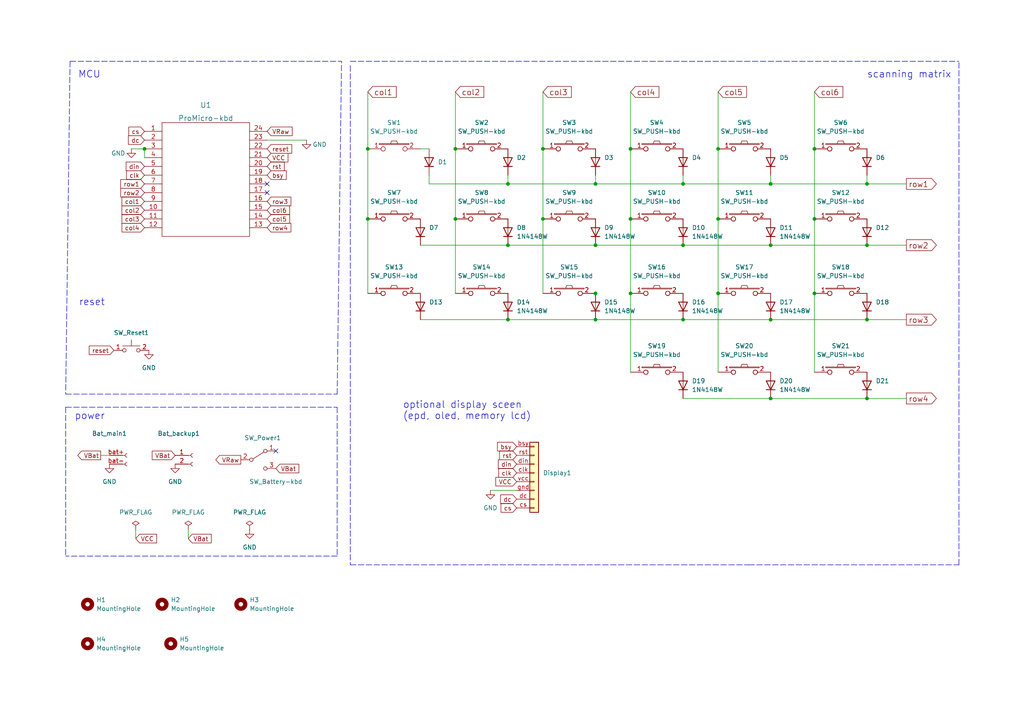
<source format=kicad_sch>
(kicad_sch (version 20211123) (generator eeschema)
  (paper "A4")
  (lib_symbols
    (symbol "Conn_Battery_solderable_1" (pin_names (offset 1.016) hide)
      (property "Reference" "Bat_backup1" (at -10.16 6.35 0))
      (symbol "Conn_Battery_solderable_1_1_1"
        (arc (start 0 -2.032) (mid -0.508 -2.54) (end 0 -3.048) (stroke (width 0.1524)))
        (polyline (pts (xy -1.27 -2.54) (xy -0.508 -2.54)) (stroke (width 0.1524)))
        (polyline (pts (xy -1.27 0) (xy -0.508 0)) (stroke (width 0.1524)))
        (arc (start 0 0.508) (mid -0.508 0) (end 0 -0.508) (stroke (width 0.1524)))
        (pin passive line (at -5.08 0 0) (length 3.81) (name "Bat+") (number "1"))
        (pin passive line (at -5.08 -2.54 0) (length 3.81) (name "Bat-") (number "2"))
      )
    )
    (symbol "Mechanical:MountingHole" (pin_names (offset 1.016))
      (property "Reference" "H" (at 0 5.08 0))
      (property "Value" "MountingHole" (at 0 3.175 0))
      (symbol "MountingHole_0_1"
        (circle (center 0 0) (radius 1.27) (stroke (width 1.27)))
      )
    )
    (symbol "mysymbol:1N4148W" (pin_numbers hide) (pin_names (offset 1.016) hide)
      (property "Reference" "D?" (at 2.54 1.2701 90))
      (symbol "1N4148W_0_1"
        (polyline (pts (xy -1.27 1.27) (xy -1.27 -1.27)) (stroke (width 0.254)))
        (polyline (pts (xy 1.27 0) (xy -1.27 0)))
        (polyline (pts (xy 1.27 1.27) (xy 1.27 -1.27) (xy -1.27 0) (xy 1.27 1.27)) (stroke (width 0.254)))
      )
      (symbol "1N4148W_1_1"
        (pin passive line (at -3.81 0 0) (length 2.54) (name "K") (number "1"))
        (pin passive line (at 3.81 0 180) (length 2.54) (name "A") (number "2"))
      )
    )
    (symbol "mysymbol:Conn_Battery_solderable" (pin_names (offset 1.016) hide)
      (property "Reference" "J?" (at 1.27 0.0001 0))
      (property "Value" "Conn_Battery_solderable" (at 1.27 -2.5399 0))
      (symbol "Conn_Battery_solderable_1_1"
        (arc (start 0 -2.032) (mid -0.508 -2.54) (end 0 -3.048) (stroke (width 0.1524)))
        (polyline (pts (xy -1.27 -2.54) (xy -0.508 -2.54)) (stroke (width 0.1524)))
        (polyline (pts (xy -1.27 0) (xy -0.508 0)) (stroke (width 0.1524)))
        (arc (start 0 0.508) (mid -0.508 0) (end 0 -0.508) (stroke (width 0.1524)))
        (pin passive line (at -5.08 0 0) (length 3.81) (name "Bat+") (number "bat+"))
        (pin passive line (at -5.08 -2.54 0) (length 3.81) (name "Bat-") (number "bat-"))
      )
    )
    (symbol "mysymbol:Conn_Display_general" (pin_names (offset 1.016) hide)
      (property "Reference" "J?" (at 2.54 0.0001 0))
      (property "Value" "Conn_Display_general" (at 2.54 -2.5399 0))
      (symbol "Conn_Display_general_1_1"
        (rectangle (start -1.27 -10.033) (end 0 -10.287) (stroke (width 0.1524)))
        (rectangle (start -1.27 -7.493) (end 0 -7.747) (stroke (width 0.1524)))
        (rectangle (start -1.27 -4.953) (end 0 -5.207) (stroke (width 0.1524)))
        (rectangle (start -1.27 -2.413) (end 0 -2.667) (stroke (width 0.1524)))
        (rectangle (start -1.27 0.127) (end 0 -0.127) (stroke (width 0.1524)))
        (rectangle (start -1.27 2.667) (end 0 2.413) (stroke (width 0.1524)))
        (rectangle (start -1.27 5.207) (end 0 4.953) (stroke (width 0.1524)))
        (rectangle (start -1.27 7.747) (end 0 7.493) (stroke (width 0.1524)))
        (rectangle (start -1.27 8.89) (end 1.27 -11.43) (stroke (width 0.254)) (fill (type background)))
        (pin passive line (at -5.08 7.62 0) (length 3.81) (name "BSY") (number "bsy"))
        (pin passive line (at -5.08 0 0) (length 3.81) (name "CLK") (number "clk"))
        (pin passive line (at -5.08 -10.16 0) (length 3.81) (name "CS") (number "cs"))
        (pin passive line (at -5.08 -7.62 0) (length 3.81) (name "DC") (number "dc"))
        (pin passive line (at -5.08 2.54 0) (length 3.81) (name "DIN") (number "din"))
        (pin passive line (at -5.08 -5.08 0) (length 3.81) (name "GND") (number "gnd"))
        (pin passive line (at -5.08 5.08 0) (length 3.81) (name "RST") (number "rst"))
        (pin passive line (at -5.08 -2.54 0) (length 3.81) (name "VCC") (number "vcc"))
      )
    )
    (symbol "mysymbol:ProMicro-kbd" (pin_names (offset 1.016) hide)
      (property "Reference" "U1" (at 0 24.13 0))
      (property "Value" "ProMicro-kbd" (at 0 -13.97 0))
      (symbol "ProMicro-kbd_0_1"
        (rectangle (start -12.7 21.59) (end 12.7 -11.43))
      )
      (symbol "ProMicro-kbd_1_1"
        (pin bidirectional line (at -17.78 19.05 0) (length 5.08) (name "TX") (number "1"))
        (pin bidirectional line (at -17.78 -3.81 0) (length 5.08) (name "E6") (number "10"))
        (pin bidirectional line (at -17.78 -6.35 0) (length 5.08) (name "B4") (number "11"))
        (pin bidirectional line (at -17.78 -8.89 0) (length 5.08) (name "B5") (number "12"))
        (pin bidirectional line (at 17.78 -8.89 180) (length 5.08) (name "B6") (number "13"))
        (pin bidirectional line (at 17.78 -6.35 180) (length 5.08) (name "B2") (number "14"))
        (pin bidirectional line (at 17.78 -3.81 180) (length 5.08) (name "B3") (number "15"))
        (pin bidirectional line (at 17.78 -1.27 180) (length 5.08) (name "B1") (number "16"))
        (pin bidirectional line (at 17.78 1.27 180) (length 5.08) (name "F7") (number "17"))
        (pin bidirectional line (at 17.78 3.81 180) (length 5.08) (name "F6") (number "18"))
        (pin bidirectional line (at 17.78 6.35 180) (length 5.08) (name "F5") (number "19"))
        (pin bidirectional line (at -17.78 16.51 0) (length 5.08) (name "RX") (number "2"))
        (pin bidirectional line (at 17.78 8.89 180) (length 5.08) (name "F4") (number "20"))
        (pin power_in line (at 17.78 11.43 180) (length 5.08) (name "VCC") (number "21"))
        (pin input line (at 17.78 13.97 180) (length 5.08) (name "RST") (number "22"))
        (pin power_in line (at 17.78 16.51 180) (length 5.08) (name "GND") (number "23"))
        (pin power_out line (at 17.78 19.05 180) (length 5.08) (name "RAW") (number "24"))
        (pin power_in line (at -17.78 13.97 0) (length 5.08) (name "GND") (number "3"))
        (pin power_in line (at -17.78 11.43 0) (length 5.08) (name "GND") (number "4"))
        (pin bidirectional line (at -17.78 8.89 0) (length 5.08) (name "SDA") (number "5"))
        (pin bidirectional line (at -17.78 6.35 0) (length 5.08) (name "SCL") (number "6"))
        (pin bidirectional line (at -17.78 3.81 0) (length 5.08) (name "D4") (number "7"))
        (pin bidirectional line (at -17.78 1.27 0) (length 5.08) (name "C6") (number "8"))
        (pin bidirectional line (at -17.78 -1.27 0) (length 5.08) (name "D7") (number "9"))
      )
    )
    (symbol "mysymbol:SW_Battery-kbd" (pin_names (offset 0) hide)
      (property "Reference" "SW_Battery?" (at 7.62 4.3476 0))
      (property "Value" "SW_Battery-kbd" (at 5.08 -6.35 0))
      (symbol "SW_Battery-kbd_0_0"
        (circle (center -2.032 0) (radius 0.508))
        (circle (center 2.032 -2.54) (radius 0.508))
      )
      (symbol "SW_Battery-kbd_0_1"
        (polyline (pts (xy -1.524 0.254) (xy 1.651 2.286)))
        (circle (center 2.032 2.54) (radius 0.508))
      )
      (symbol "SW_Battery-kbd_1_1"
        (pin passive line (at 5.08 2.54 180) (length 2.54) (name "A") (number "1"))
        (pin passive line (at -5.08 0 0) (length 2.54) (name "B") (number "2"))
        (pin passive line (at 5.08 -2.54 180) (length 2.54) (name "C") (number "3"))
      )
    )
    (symbol "mysymbol:SW_PUSH-kbd" (pin_names (offset 1.016) hide)
      (property "Reference" "SW1" (at 3.81 2.794 0))
      (symbol "SW_PUSH-kbd_0_1"
        (rectangle (start -4.318 1.27) (end 4.318 1.524))
        (polyline (pts (xy -1.016 1.524) (xy -0.762 2.286) (xy 0.762 2.286) (xy 1.016 1.524)))
        (pin passive inverted (at -7.62 0 0) (length 5.08) (name "1") (number "1"))
        (pin passive inverted (at 7.62 0 180) (length 5.08) (name "2") (number "2"))
      )
    )
    (symbol "mysymbol:SW_RESET-kbd" (pin_names (offset 1.016) hide)
      (property "Reference" "RSW?" (at 0 7.239 0))
      (property "Value" "SW_RESET-kbd" (at 0 4.9276 0))
      (symbol "SW_RESET-kbd_0_1"
        (circle (center -2.032 0) (radius 0.508))
        (polyline (pts (xy 0 1.27) (xy 0 3.048)))
        (polyline (pts (xy 2.54 1.27) (xy -2.54 1.27)))
        (circle (center 2.032 0) (radius 0.508))
        (pin passive line (at -5.08 0 0) (length 2.54) (name "1") (number "1"))
        (pin passive line (at 5.08 0 180) (length 2.54) (name "2") (number "2"))
      )
    )
    (symbol "power:GND" (power) (pin_names (offset 0))
      (property "Value" "GND" (at 0 -3.81 0))
      (symbol "GND_0_1"
        (polyline (pts (xy 0 0) (xy 0 -1.27) (xy 1.27 -1.27) (xy 0 -2.54) (xy -1.27 -1.27) (xy 0 -1.27)))
      )
      (symbol "GND_1_1"
        (pin power_in line (at 0 0 270) (length 0) hide (name "GND") (number "1"))
      )
    )
    (symbol "power:PWR_FLAG" (power) (pin_numbers hide) (pin_names (offset 0) hide)
      (property "Value" "PWR_FLAG" (at 0 3.81 0))
      (symbol "PWR_FLAG_0_0"
        (pin power_out line (at 0 0 90) (length 0) (name "pwr") (number "1"))
      )
      (symbol "PWR_FLAG_0_1"
        (polyline (pts (xy 0 0) (xy 0 1.27) (xy -1.016 1.905) (xy 0 2.54) (xy 1.016 1.905) (xy 0 1.27)))
      )
    )
  )
  (junction (at 106.68 63.5))
  (junction (at 147.32 53.34))
  (junction (at 251.46 71.12))
  (junction (at 236.22 63.5))
  (junction (at 251.46 115.57))
  (junction (at 223.52 71.12))
  (junction (at 198.12 53.34))
  (junction (at 132.08 63.5))
  (junction (at 172.72 71.12))
  (junction (at 236.22 43.18))
  (junction (at 157.48 43.18))
  (junction (at 106.68 43.18))
  (junction (at 132.08 43.18))
  (junction (at 182.88 43.18))
  (junction (at 147.32 92.71))
  (junction (at 223.52 115.57))
  (junction (at 182.88 85.09))
  (junction (at 198.12 92.71))
  (junction (at 251.46 53.34))
  (junction (at 157.48 63.5))
  (junction (at 236.22 85.09))
  (junction (at 182.88 63.5))
  (junction (at 208.28 63.5))
  (junction (at 147.32 71.12))
  (junction (at 172.72 53.34))
  (junction (at 172.72 85.09))
  (junction (at 223.52 53.34))
  (junction (at 41.91 43.18))
  (junction (at 172.72 92.71))
  (junction (at 223.52 92.71))
  (junction (at 198.12 71.12))
  (junction (at 251.46 92.71))
  (junction (at 208.28 85.09))
  (junction (at 208.28 43.18))
  (no_connect (at 80.01 130.81))
  (no_connect (at 77.47 55.88))
  (no_connect (at 77.47 53.34))
  (polyline (pts (xy 97.79 161.29) (xy 19.05 161.29)))
  (wire (pts (xy 106.68 63.5) (xy 106.68 85.09)))
  (wire (pts (xy 38.1 43.18) (xy 41.91 43.18)))
  (wire (pts (xy 132.08 63.5) (xy 132.08 85.09)))
  (wire (pts (xy 147.32 53.34) (xy 172.72 53.34)))
  (wire (pts (xy 157.48 63.5) (xy 157.48 85.09)))
  (wire (pts (xy 182.88 26.67) (xy 182.88 43.18)))
  (wire (pts (xy 147.32 92.71) (xy 172.72 92.71)))
  (wire (pts (xy 251.46 53.34) (xy 251.46 50.8)))
  (wire (pts (xy 251.46 92.71) (xy 262.89 92.71)))
  (polyline (pts (xy 217.17 163.83) (xy 278.13 163.83)))
  (wire (pts (xy 106.68 43.18) (xy 106.68 63.5)))
  (wire (pts (xy 182.88 43.18) (xy 182.88 63.5)))
  (wire (pts (xy 124.46 53.34) (xy 147.32 53.34)))
  (wire (pts (xy 147.32 50.8) (xy 147.32 53.34)))
  (wire (pts (xy 251.46 71.12) (xy 262.89 71.12)))
  (polyline (pts (xy 101.6 17.78) (xy 278.13 17.78)))
  (wire (pts (xy 208.28 85.09) (xy 208.28 107.95)))
  (wire (pts (xy 236.22 63.5) (xy 236.22 85.09)))
  (wire (pts (xy 172.72 71.12) (xy 198.12 71.12)))
  (wire (pts (xy 223.52 53.34) (xy 251.46 53.34)))
  (wire (pts (xy 198.12 71.12) (xy 223.52 71.12)))
  (wire (pts (xy 132.08 43.18) (xy 132.08 63.5)))
  (wire (pts (xy 88.9 40.64) (xy 77.47 40.64)))
  (wire (pts (xy 223.52 92.71) (xy 251.46 92.71)))
  (polyline (pts (xy 19.05 118.11) (xy 97.79 118.11)))
  (wire (pts (xy 236.22 85.09) (xy 236.22 107.95)))
  (wire (pts (xy 106.68 26.67) (xy 106.68 43.18)))
  (wire (pts (xy 121.92 92.71) (xy 147.32 92.71)))
  (wire (pts (xy 208.28 63.5) (xy 208.28 85.09)))
  (wire (pts (xy 147.32 71.12) (xy 172.72 71.12)))
  (wire (pts (xy 251.46 53.34) (xy 262.89 53.34)))
  (wire (pts (xy 157.48 43.18) (xy 157.48 63.5)))
  (polyline (pts (xy 20.32 17.78) (xy 19.05 114.3)))
  (wire (pts (xy 208.28 26.67) (xy 208.28 43.18)))
  (wire (pts (xy 182.88 63.5) (xy 182.88 85.09)))
  (wire (pts (xy 41.91 45.72) (xy 41.91 43.18)))
  (polyline (pts (xy 278.13 163.83) (xy 278.13 17.78)))
  (wire (pts (xy 132.08 26.67) (xy 132.08 43.18)))
  (polyline (pts (xy 19.05 114.3) (xy 97.79 114.3)))
  (wire (pts (xy 172.72 92.71) (xy 198.12 92.71)))
  (wire (pts (xy 121.92 71.12) (xy 147.32 71.12)))
  (wire (pts (xy 157.48 26.67) (xy 157.48 43.18)))
  (wire (pts (xy 223.52 115.57) (xy 251.46 115.57)))
  (wire (pts (xy 251.46 115.57) (xy 262.89 115.57)))
  (wire (pts (xy 29.21 132.08) (xy 31.75 132.08)))
  (wire (pts (xy 198.12 115.57) (xy 223.52 115.57)))
  (polyline (pts (xy 217.17 163.83) (xy 217.17 163.83)))
  (wire (pts (xy 121.92 43.18) (xy 124.46 43.18)))
  (wire (pts (xy 198.12 53.34) (xy 223.52 53.34)))
  (wire (pts (xy 172.72 50.8) (xy 172.72 53.34)))
  (wire (pts (xy 124.46 50.8) (xy 124.46 53.34)))
  (wire (pts (xy 198.12 50.8) (xy 198.12 53.34)))
  (wire (pts (xy 54.61 156.21) (xy 54.61 153.67)))
  (polyline (pts (xy 97.79 114.3) (xy 99.06 17.78)))
  (polyline (pts (xy 20.32 17.78) (xy 99.06 17.78)))
  (wire (pts (xy 223.52 71.12) (xy 251.46 71.12)))
  (wire (pts (xy 223.52 50.8) (xy 223.52 53.34)))
  (wire (pts (xy 236.22 43.18) (xy 236.22 63.5)))
  (polyline (pts (xy 101.6 163.83) (xy 217.17 163.83)))
  (polyline (pts (xy 19.05 118.11) (xy 19.05 161.29)))
  (wire (pts (xy 171.45 85.09) (xy 172.72 85.09)))
  (wire (pts (xy 172.72 53.34) (xy 198.12 53.34)))
  (wire (pts (xy 39.37 156.21) (xy 39.37 153.67)))
  (wire (pts (xy 236.22 26.67) (xy 236.22 43.18)))
  (polyline (pts (xy 97.79 118.11) (xy 97.79 161.29)))
  (wire (pts (xy 182.88 85.09) (xy 182.88 107.95)))
  (wire (pts (xy 208.28 43.18) (xy 208.28 63.5)))
  (wire (pts (xy 142.24 142.24) (xy 149.86 142.24)))
  (wire (pts (xy 198.12 92.71) (xy 223.52 92.71)))
  (polyline (pts (xy 101.6 19.05) (xy 101.6 163.83)))
  (text "scanning matrix" (at 251.46 22.86 0) (effects (font (size 2 2)) (justify left bottom)))
  (text "MCU" (at 29.21 22.86 180) (effects (font (size 2 2)) (justify right bottom)))
  (text "reset" (at 30.48 88.9 180) (effects (font (size 2 2)) (justify right bottom)))
  (text "optional display sceen\n(epd, oled, memory lcd)" (at 116.84 121.92 0) (effects (font (size 2 2)) (justify left bottom)))
  (text "power" (at 30.48 121.92 180) (effects (font (size 2 2)) (justify right bottom)))
  (global_label "col6" (shape input) (at 236.22 26.67 0) (effects (font (size 1.6 1.6))) (property "Intersheet References" "${INTERSHEET_REFS}" (effects hide)))
  (global_label "clk" (shape input) (at 41.91 50.8 180) (property "Intersheet References" "${INTERSHEET_REFS}" (effects hide)))
  (global_label "VBat" (shape input) (at 80.01 135.89 0) (property "Intersheet References" "${INTERSHEET_REFS}" (effects hide)))
  (global_label "col4" (shape input) (at 182.88 26.67 0) (effects (font (size 1.6 1.6))) (property "Intersheet References" "${INTERSHEET_REFS}" (effects hide)))
  (global_label "VBat" (shape input) (at 54.61 156.21 0) (property "Intersheet References" "${INTERSHEET_REFS}" (effects hide)))
  (global_label "rst" (shape input) (at 77.47 48.26 0) (property "Intersheet References" "${INTERSHEET_REFS}" (effects hide)))
  (global_label "dc" (shape input) (at 41.91 40.64 180) (property "Intersheet References" "${INTERSHEET_REFS}" (effects hide)))
  (global_label "row2" (shape output) (at 262.89 71.12 0) (effects (font (size 1.6 1.6))) (property "Intersheet References" "${INTERSHEET_REFS}" (effects hide)))
  (global_label "col1" (shape input) (at 106.68 26.67 0) (effects (font (size 1.6 1.6))) (property "Intersheet References" "${INTERSHEET_REFS}" (effects hide)))
  (global_label "din" (shape input) (at 41.91 48.26 180) (property "Intersheet References" "${INTERSHEET_REFS}" (effects hide)))
  (global_label "row1" (shape output) (at 262.89 53.34 0) (effects (font (size 1.6 1.6))) (property "Intersheet References" "${INTERSHEET_REFS}" (effects hide)))
  (global_label "row4" (shape input) (at 77.47 66.04 0) (property "Intersheet References" "${INTERSHEET_REFS}" (effects hide)))
  (global_label "bsy" (shape input) (at 77.47 50.8 0) (property "Intersheet References" "${INTERSHEET_REFS}" (effects hide)))
  (global_label "VRaw" (shape input) (at 77.47 38.1 0) (property "Intersheet References" "${INTERSHEET_REFS}" (effects hide)))
  (global_label "reset" (shape input) (at 77.47 43.18 0) (property "Intersheet References" "${INTERSHEET_REFS}" (effects hide)))
  (global_label "col1" (shape input) (at 41.91 58.42 180) (property "Intersheet References" "${INTERSHEET_REFS}" (effects hide)))
  (global_label "cs" (shape input) (at 41.91 38.1 180) (property "Intersheet References" "${INTERSHEET_REFS}" (effects hide)))
  (global_label "col2" (shape input) (at 41.91 60.96 180) (property "Intersheet References" "${INTERSHEET_REFS}" (effects hide)))
  (global_label "col6" (shape input) (at 77.47 60.96 0) (property "Intersheet References" "${INTERSHEET_REFS}" (effects hide)))
  (global_label "cs" (shape input) (at 149.86 147.32 180) (property "Intersheet References" "${INTERSHEET_REFS}" (effects hide)))
  (global_label "VCC" (shape input) (at 77.47 45.72 0) (property "Intersheet References" "${INTERSHEET_REFS}" (effects hide)))
  (global_label "col5" (shape input) (at 208.28 26.67 0) (effects (font (size 1.6 1.6))) (property "Intersheet References" "${INTERSHEET_REFS}" (effects hide)))
  (global_label "VRaw" (shape output) (at 69.85 133.35 180) (property "Intersheet References" "${INTERSHEET_REFS}" (effects hide)))
  (global_label "col3" (shape input) (at 157.48 26.67 0) (effects (font (size 1.6 1.6))) (property "Intersheet References" "${INTERSHEET_REFS}" (effects hide)))
  (global_label "dc" (shape input) (at 149.86 144.78 180) (property "Intersheet References" "${INTERSHEET_REFS}" (effects hide)))
  (global_label "clk" (shape input) (at 149.86 137.16 180) (property "Intersheet References" "${INTERSHEET_REFS}" (effects hide)))
  (global_label "row1" (shape input) (at 41.91 53.34 180) (property "Intersheet References" "${INTERSHEET_REFS}" (effects hide)))
  (global_label "VCC" (shape input) (at 39.37 156.21 0) (property "Intersheet References" "${INTERSHEET_REFS}" (effects hide)))
  (global_label "bsy" (shape input) (at 149.86 129.54 180) (property "Intersheet References" "${INTERSHEET_REFS}" (effects hide)))
  (global_label "row3" (shape input) (at 77.47 58.42 0) (property "Intersheet References" "${INTERSHEET_REFS}" (effects hide)))
  (global_label "VBat" (shape output) (at 29.21 132.08 180) (property "Intersheet References" "${INTERSHEET_REFS}" (effects hide)))
  (global_label "row3" (shape output) (at 262.89 92.71 0) (effects (font (size 1.6 1.6))) (property "Intersheet References" "${INTERSHEET_REFS}" (effects hide)))
  (global_label "VCC" (shape input) (at 149.86 139.7 180) (property "Intersheet References" "${INTERSHEET_REFS}" (effects hide)))
  (global_label "row4" (shape output) (at 262.89 115.57 0) (effects (font (size 1.6 1.6))) (property "Intersheet References" "${INTERSHEET_REFS}" (effects hide)))
  (global_label "rst" (shape input) (at 149.86 132.08 180) (property "Intersheet References" "${INTERSHEET_REFS}" (effects hide)))
  (global_label "din" (shape input) (at 149.86 134.62 180) (property "Intersheet References" "${INTERSHEET_REFS}" (effects hide)))
  (global_label "col4" (shape input) (at 41.91 66.04 180) (property "Intersheet References" "${INTERSHEET_REFS}" (effects hide)))
  (global_label "col3" (shape input) (at 41.91 63.5 180) (property "Intersheet References" "${INTERSHEET_REFS}" (effects hide)))
  (global_label "col2" (shape input) (at 132.08 26.67 0) (effects (font (size 1.6 1.6))) (property "Intersheet References" "${INTERSHEET_REFS}" (effects hide)))
  (global_label "VBat" (shape input) (at 50.8 132.08 180) (property "Intersheet References" "${INTERSHEET_REFS}" (effects hide)))
  (global_label "reset" (shape input) (at 33.02 101.6 180) (property "Intersheet References" "${INTERSHEET_REFS}" (effects hide)))
  (global_label "col5" (shape input) (at 77.47 63.5 0) (property "Intersheet References" "${INTERSHEET_REFS}" (effects hide)))
  (global_label "row2" (shape input) (at 41.91 55.88 180) (property "Intersheet References" "${INTERSHEET_REFS}" (effects hide)))
  (symbol (lib_id "mysymbol:SW_PUSH-kbd") (at 215.9 43.18 0) (unit 1)
    (property "Reference" "SW5" (at 215.9 35.56 0))
    (property "Value" "SW_PUSH-kbd" (at 215.9 38.1 0))
    (property "Footprint" "mylib:Kailh_Choc_Hotplug" (effects hide))
  )
  (symbol (lib_id "mysymbol:1N4148W") (at 198.12 111.76 90) (unit 1)
    (property "Reference" "D19" (at 200.66 110.4899 90) (effects (justify right)))
    (property "Value" "1N4148W" (at 200.66 113.0299 90) (effects (justify right)))
    (property "Footprint" "mylib:Diode" (effects hide))
    (property "Datasheet" "https://www.vishay.com/docs/85748/1n4148w.pdf" (effects hide))
  )
  (symbol (lib_name "Conn_Battery_solderable_1") (lib_id "mysymbol:Conn_Battery_solderable") (at 55.88 132.08 0) (unit 1)
    (property "Reference" "Bat_backup1" (at 45.72 125.73 0) (effects (justify left)))
    (property "Value" "Conn_Battery_solderable" (effects hide))
    (property "Footprint" "Connector_JST:JST_ACH_BM02B-ACHSS-GAN-ETF_1x02-1MP_P1.20mm_Vertical" (effects hide))
  )
  (symbol (lib_id "mysymbol:SW_PUSH-kbd") (at 215.9 107.95 0) (unit 1)
    (property "Reference" "SW20" (at 215.9 100.33 0))
    (property "Value" "SW_PUSH-kbd" (at 215.9 102.87 0))
    (property "Footprint" "mylib:Kailh_Choc_Hotplug" (effects hide))
  )
  (symbol (lib_id "power:GND") (at 142.24 142.24 0) (unit 1)
    (property "Reference" "#PWR05" (effects hide))
    (property "Value" "GND" (at 142.24 147.32 0))
  )
  (symbol (lib_id "mysymbol:ProMicro-kbd") (at 59.69 57.15 0) (unit 1)
    (property "Reference" "U1" (at 59.69 30.48 0) (effects (font (size 1.524 1.524))))
    (property "Value" "ProMicro-kbd" (at 59.69 34.29 0) (effects (font (size 1.524 1.524))))
    (property "Footprint" "mylib:ProMicro_Jumpers" (effects hide))
  )
  (symbol (lib_id "mysymbol:Conn_Display_general") (at 154.94 137.16 0) (unit 1)
    (property "Reference" "Display1" (at 157.48 137.1599 0) (effects (justify left)))
    (property "Value" "Conn_Display_general" (effects hide))
    (property "Footprint" "mylib:Conn_EPD" (effects hide))
  )
  (symbol (lib_id "power:PWR_FLAG") (at 39.37 153.67 0) (unit 1)
    (property "Reference" "#FLG01" (effects hide))
    (property "Value" "PWR_FLAG" (at 39.37 148.59 0))
  )
  (symbol (lib_id "mysymbol:SW_PUSH-kbd") (at 243.84 85.09 0) (unit 1)
    (property "Reference" "SW18" (at 243.84 77.47 0))
    (property "Value" "SW_PUSH-kbd" (at 243.84 80.01 0))
    (property "Footprint" "mylib:Kailh_Choc_Hotplug" (effects hide))
  )
  (symbol (lib_id "mysymbol:SW_PUSH-kbd") (at 190.5 43.18 0) (unit 1)
    (property "Reference" "SW4" (at 190.5 35.56 0))
    (property "Value" "SW_PUSH-kbd" (at 190.5 38.1 0))
    (property "Footprint" "mylib:Kailh_Choc_Hotplug" (effects hide))
  )
  (symbol (lib_id "mysymbol:SW_PUSH-kbd") (at 165.1 43.18 0) (unit 1)
    (property "Reference" "SW3" (at 165.1 35.56 0))
    (property "Value" "SW_PUSH-kbd" (at 165.1 38.1 0))
    (property "Footprint" "mylib:Kailh_Choc_Hotplug" (effects hide))
  )
  (symbol (lib_id "mysymbol:SW_PUSH-kbd") (at 114.3 85.09 0) (unit 1)
    (property "Reference" "SW13" (at 114.3 77.47 0))
    (property "Value" "SW_PUSH-kbd" (at 114.3 80.01 0))
    (property "Footprint" "mylib:Kailh_Choc_Hotplug" (effects hide))
  )
  (symbol (lib_id "mysymbol:1N4148W") (at 147.32 46.99 90) (unit 1)
    (property "Reference" "D2" (at 149.86 45.7199 90) (effects (justify right)))
    (property "Value" "1N4148W" (effects hide))
    (property "Footprint" "mylib:Diode" (effects hide))
    (property "Datasheet" "https://www.vishay.com/docs/85748/1n4148w.pdf" (effects hide))
  )
  (symbol (lib_id "mysymbol:1N4148W") (at 223.52 46.99 90) (unit 1)
    (property "Reference" "D5" (at 226.06 45.7199 90) (effects (justify right)))
    (property "Value" "1N4148W" (effects hide))
    (property "Footprint" "mylib:Diode" (effects hide))
    (property "Datasheet" "https://www.vishay.com/docs/85748/1n4148w.pdf" (effects hide))
  )
  (symbol (lib_id "mysymbol:SW_PUSH-kbd") (at 215.9 63.5 0) (unit 1)
    (property "Reference" "SW11" (at 215.9 55.88 0))
    (property "Value" "SW_PUSH-kbd" (at 215.9 58.42 0))
    (property "Footprint" "mylib:Kailh_Choc_Hotplug" (effects hide))
  )
  (symbol (lib_id "mysymbol:1N4148W") (at 223.52 111.76 90) (unit 1)
    (property "Reference" "D20" (at 226.06 110.4899 90) (effects (justify right)))
    (property "Value" "1N4148W" (at 226.06 113.0299 90) (effects (justify right)))
    (property "Footprint" "mylib:Diode" (effects hide))
    (property "Datasheet" "https://www.vishay.com/docs/85748/1n4148w.pdf" (effects hide))
  )
  (symbol (lib_id "mysymbol:1N4148W") (at 121.92 88.9 90) (unit 1)
    (property "Reference" "D13" (at 124.46 87.6299 90) (effects (justify right)))
    (property "Value" "1N4148W" (effects hide))
    (property "Footprint" "mylib:Diode" (effects hide))
    (property "Datasheet" "https://www.vishay.com/docs/85748/1n4148w.pdf" (effects hide))
  )
  (symbol (lib_id "mysymbol:1N4148W") (at 198.12 88.9 90) (unit 1)
    (property "Reference" "D16" (at 200.66 87.6299 90) (effects (justify right)))
    (property "Value" "1N4148W" (at 200.66 90.1699 90) (effects (justify right)))
    (property "Footprint" "mylib:Diode" (effects hide))
    (property "Datasheet" "https://www.vishay.com/docs/85748/1n4148w.pdf" (effects hide))
  )
  (symbol (lib_id "mysymbol:1N4148W") (at 251.46 46.99 90) (unit 1)
    (property "Reference" "D6" (at 254 45.7199 90) (effects (justify right)))
    (property "Value" "1N4148W" (effects hide))
    (property "Footprint" "mylib:Diode" (effects hide))
    (property "Datasheet" "https://www.vishay.com/docs/85748/1n4148w.pdf" (effects hide))
  )
  (symbol (lib_id "mysymbol:SW_PUSH-kbd") (at 139.7 85.09 0) (unit 1)
    (property "Reference" "SW14" (at 139.7 77.47 0))
    (property "Value" "SW_PUSH-kbd" (at 139.7 80.01 0))
    (property "Footprint" "mylib:Kailh_Choc_Hotplug" (effects hide))
  )
  (symbol (lib_id "mysymbol:SW_PUSH-kbd") (at 215.9 85.09 0) (unit 1)
    (property "Reference" "SW17" (at 215.9 77.47 0))
    (property "Value" "SW_PUSH-kbd" (at 215.9 80.01 0))
    (property "Footprint" "mylib:Kailh_Choc_Hotplug" (effects hide))
  )
  (symbol (lib_id "mysymbol:SW_PUSH-kbd") (at 190.5 85.09 0) (unit 1)
    (property "Reference" "SW16" (at 190.5 77.47 0))
    (property "Value" "SW_PUSH-kbd" (at 190.5 80.01 0))
    (property "Footprint" "mylib:Kailh_Choc_Hotplug" (effects hide))
  )
  (symbol (lib_id "mysymbol:1N4148W") (at 147.32 67.31 90) (unit 1)
    (property "Reference" "D8" (at 149.86 66.0399 90) (effects (justify right)))
    (property "Value" "1N4148W" (at 149.86 68.5799 90) (effects (justify right)))
    (property "Footprint" "mylib:Diode" (effects hide))
    (property "Datasheet" "https://www.vishay.com/docs/85748/1n4148w.pdf" (effects hide))
  )
  (symbol (lib_id "Mechanical:MountingHole") (at 25.4 186.69 0) (unit 1) (in_bom no)
    (property "Reference" "H4" (at 27.94 185.4199 0) (effects (justify left)))
    (property "Value" "MountingHole" (at 27.94 187.9599 0) (effects (justify left)))
    (property "Footprint" "MountingHole:MountingHole_3.2mm_M3_DIN965" (effects hide))
  )
  (symbol (lib_id "mysymbol:1N4148W") (at 198.12 67.31 90) (unit 1)
    (property "Reference" "D10" (at 200.66 66.0399 90) (effects (justify right)))
    (property "Value" "1N4148W" (at 200.66 68.5799 90) (effects (justify right)))
    (property "Footprint" "mylib:Diode" (effects hide))
    (property "Datasheet" "https://www.vishay.com/docs/85748/1n4148w.pdf" (effects hide))
  )
  (symbol (lib_id "power:PWR_FLAG") (at 54.61 153.67 0) (unit 1)
    (property "Reference" "#FLG02" (effects hide))
    (property "Value" "PWR_FLAG" (at 54.61 148.59 0))
  )
  (symbol (lib_id "mysymbol:SW_PUSH-kbd") (at 190.5 107.95 0) (unit 1)
    (property "Reference" "SW19" (at 190.5 100.33 0))
    (property "Value" "SW_PUSH-kbd" (at 190.5 102.87 0))
    (property "Footprint" "mylib:Kailh_Choc_Hotplug" (effects hide))
  )
  (symbol (lib_id "mysymbol:Conn_Battery_solderable") (at 36.83 132.08 0) (unit 1)
    (property "Reference" "Bat_main1" (at 26.67 125.73 0) (effects (justify left)))
    (property "Value" "Conn_Battery_solderable" (effects hide))
    (property "Footprint" "mylib:Molex_Panelmate_53780-0270_1x02-1MP_P1.25mm_Horizontal" (effects hide))
  )
  (symbol (lib_id "power:GND") (at 72.39 153.67 0) (unit 1)
    (property "Reference" "#PWR06" (effects hide))
    (property "Value" "GND" (at 72.39 158.75 0))
  )
  (symbol (lib_id "mysymbol:1N4148W") (at 223.52 67.31 90) (unit 1)
    (property "Reference" "D11" (at 226.06 66.0399 90) (effects (justify right)))
    (property "Value" "1N4148W" (at 226.06 68.5799 90) (effects (justify right)))
    (property "Footprint" "mylib:Diode" (effects hide))
    (property "Datasheet" "https://www.vishay.com/docs/85748/1n4148w.pdf" (effects hide))
  )
  (symbol (lib_id "mysymbol:SW_RESET-kbd") (at 38.1 101.6 0) (unit 1)
    (property "Reference" "SW_Reset1" (at 38.1 96.52 0))
    (property "Value" "SW_RESET-kbd" (effects hide))
    (property "Footprint" "mylib:SW_Reset_vertical" (effects hide))
  )
  (symbol (lib_id "mysymbol:1N4148W") (at 121.92 67.31 90) (unit 1)
    (property "Reference" "D7" (at 124.46 66.0399 90) (effects (justify right)))
    (property "Value" "1N4148W" (effects hide))
    (property "Footprint" "mylib:Diode" (effects hide))
    (property "Datasheet" "https://www.vishay.com/docs/85748/1n4148w.pdf" (effects hide))
  )
  (symbol (lib_id "power:GND") (at 31.75 134.62 0) (unit 1)
    (property "Reference" "#PWR04" (effects hide))
    (property "Value" "GND" (at 31.75 139.7 0))
  )
  (symbol (lib_id "Mechanical:MountingHole") (at 49.53 186.69 0) (unit 1) (in_bom no)
    (property "Reference" "H5" (at 52.07 185.4199 0) (effects (justify left)))
    (property "Value" "MountingHole" (at 52.07 187.9599 0) (effects (justify left)))
    (property "Footprint" "MountingHole:MountingHole_3.2mm_M3_DIN965" (effects hide))
  )
  (symbol (lib_id "mysymbol:1N4148W") (at 124.46 46.99 90) (unit 1)
    (property "Reference" "D1" (at 127 46.9899 90) (effects (justify right)))
    (property "Value" "1N4148W" (effects hide))
    (property "Footprint" "mylib:Diode" (effects hide))
    (property "Datasheet" "https://www.vishay.com/docs/85748/1n4148w.pdf" (effects hide))
  )
  (symbol (lib_id "mysymbol:1N4148W") (at 251.46 88.9 90) (unit 1)
    (property "Reference" "D18" (at 254 87.6299 90) (effects (justify right)))
    (property "Value" "1N4148W" (effects hide))
    (property "Footprint" "mylib:Diode" (effects hide))
    (property "Datasheet" "https://www.vishay.com/docs/85748/1n4148w.pdf" (effects hide))
  )
  (symbol (lib_id "Mechanical:MountingHole") (at 69.85 175.26 0) (unit 1) (in_bom no)
    (property "Reference" "H3" (at 72.39 173.9899 0) (effects (justify left)))
    (property "Value" "MountingHole" (at 72.39 176.5299 0) (effects (justify left)))
    (property "Footprint" "MountingHole:MountingHole_3.2mm_M3_DIN965" (effects hide))
  )
  (symbol (lib_id "mysymbol:SW_PUSH-kbd") (at 190.5 63.5 0) (unit 1)
    (property "Reference" "SW10" (at 190.5 55.88 0))
    (property "Value" "SW_PUSH-kbd" (at 190.5 58.42 0))
    (property "Footprint" "mylib:Kailh_Choc_Hotplug" (effects hide))
  )
  (symbol (lib_id "power:GND") (at 38.1 43.18 0) (unit 1)
    (property "Reference" "#PWR02" (effects hide))
    (property "Value" "GND" (at 34.29 44.45 0))
  )
  (symbol (lib_id "mysymbol:SW_PUSH-kbd") (at 243.84 63.5 0) (unit 1)
    (property "Reference" "SW12" (at 243.84 55.88 0))
    (property "Value" "SW_PUSH-kbd" (at 243.84 58.42 0))
    (property "Footprint" "mylib:Kailh_Choc_Hotplug" (effects hide))
  )
  (symbol (lib_id "mysymbol:1N4148W") (at 223.52 88.9 90) (unit 1)
    (property "Reference" "D17" (at 226.06 87.6299 90) (effects (justify right)))
    (property "Value" "1N4148W" (at 226.06 90.1699 90) (effects (justify right)))
    (property "Footprint" "mylib:Diode" (effects hide))
    (property "Datasheet" "https://www.vishay.com/docs/85748/1n4148w.pdf" (effects hide))
  )
  (symbol (lib_id "Mechanical:MountingHole") (at 46.99 175.26 0) (unit 1) (in_bom no)
    (property "Reference" "H2" (at 49.53 173.9899 0) (effects (justify left)))
    (property "Value" "MountingHole" (at 49.53 176.5299 0) (effects (justify left)))
    (property "Footprint" "MountingHole:MountingHole_3.2mm_M3_DIN965" (effects hide))
  )
  (symbol (lib_id "mysymbol:SW_PUSH-kbd") (at 114.3 43.18 0) (unit 1)
    (property "Reference" "SW1" (at 114.3 35.56 0))
    (property "Value" "SW_PUSH-kbd" (at 114.3 38.1 0))
    (property "Footprint" "mylib:Kailh_Choc_Hotplug" (effects hide))
  )
  (symbol (lib_id "mysymbol:1N4148W") (at 251.46 111.76 90) (unit 1)
    (property "Reference" "D21" (at 254 110.4899 90) (effects (justify right)))
    (property "Value" "1N4148W" (effects hide))
    (property "Footprint" "mylib:Diode" (effects hide))
    (property "Datasheet" "https://www.vishay.com/docs/85748/1n4148w.pdf" (effects hide))
  )
  (symbol (lib_id "mysymbol:SW_PUSH-kbd") (at 139.7 63.5 0) (unit 1)
    (property "Reference" "SW8" (at 139.7 55.88 0))
    (property "Value" "SW_PUSH-kbd" (at 139.7 58.42 0))
    (property "Footprint" "mylib:Kailh_Choc_Hotplug" (effects hide))
  )
  (symbol (lib_id "mysymbol:SW_Battery-kbd") (at 74.93 133.35 0) (unit 1)
    (property "Reference" "SW_Power1" (at 76.2 127 0))
    (property "Value" "SW_Battery-kbd" (at 80.01 139.7 0))
    (property "Footprint" "mylib:SW_BSI10" (effects hide))
  )
  (symbol (lib_id "mysymbol:SW_PUSH-kbd") (at 243.84 43.18 0) (unit 1)
    (property "Reference" "SW6" (at 243.84 35.56 0))
    (property "Value" "SW_PUSH-kbd" (at 243.84 38.1 0))
    (property "Footprint" "mylib:Kailh_Choc_Hotplug" (effects hide))
  )
  (symbol (lib_id "power:GND") (at 43.18 101.6 0) (unit 1)
    (property "Reference" "#PWR03" (effects hide))
    (property "Value" "GND" (at 43.18 106.68 0))
  )
  (symbol (lib_id "mysymbol:SW_PUSH-kbd") (at 165.1 63.5 0) (unit 1)
    (property "Reference" "SW9" (at 165.1 55.88 0))
    (property "Value" "SW_PUSH-kbd" (at 165.1 58.42 0))
    (property "Footprint" "mylib:Kailh_Choc_Hotplug" (effects hide))
  )
  (symbol (lib_id "mysymbol:SW_PUSH-kbd") (at 139.7 43.18 0) (unit 1)
    (property "Reference" "SW2" (at 139.7 35.56 0))
    (property "Value" "SW_PUSH-kbd" (at 139.7 38.1 0))
    (property "Footprint" "mylib:Kailh_Choc_Hotplug" (effects hide))
  )
  (symbol (lib_id "mysymbol:1N4148W") (at 198.12 46.99 90) (unit 1)
    (property "Reference" "D4" (at 200.66 45.7199 90) (effects (justify right)))
    (property "Value" "1N4148W" (effects hide))
    (property "Footprint" "mylib:Diode" (effects hide))
    (property "Datasheet" "https://www.vishay.com/docs/85748/1n4148w.pdf" (effects hide))
  )
  (symbol (lib_id "mysymbol:1N4148W") (at 172.72 88.9 90) (unit 1)
    (property "Reference" "D15" (at 175.26 87.6299 90) (effects (justify right)))
    (property "Value" "1N4148W" (at 175.26 90.1699 90) (effects (justify right)))
    (property "Footprint" "mylib:Diode" (effects hide))
    (property "Datasheet" "https://www.vishay.com/docs/85748/1n4148w.pdf" (effects hide))
  )
  (symbol (lib_id "power:GND") (at 50.8 134.62 0) (unit 1)
    (property "Reference" "#PWR0101" (effects hide))
    (property "Value" "GND" (at 50.8 139.7 0))
  )
  (symbol (lib_id "power:PWR_FLAG") (at 72.39 153.67 0) (unit 1)
    (property "Reference" "#FLG03" (effects hide))
    (property "Value" "PWR_FLAG" (at 72.39 148.59 0))
  )
  (symbol (lib_id "Mechanical:MountingHole") (at 25.4 175.26 0) (unit 1) (in_bom no)
    (property "Reference" "H1" (at 27.94 173.9899 0) (effects (justify left)))
    (property "Value" "MountingHole" (at 27.94 176.5299 0) (effects (justify left)))
    (property "Footprint" "MountingHole:MountingHole_3.2mm_M3_DIN965" (effects hide))
  )
  (symbol (lib_id "mysymbol:1N4148W") (at 147.32 88.9 90) (unit 1)
    (property "Reference" "D14" (at 149.86 87.6299 90) (effects (justify right)))
    (property "Value" "1N4148W" (at 149.86 90.1699 90) (effects (justify right)))
    (property "Footprint" "mylib:Diode" (effects hide))
    (property "Datasheet" "https://www.vishay.com/docs/85748/1n4148w.pdf" (effects hide))
  )
  (symbol (lib_id "mysymbol:SW_PUSH-kbd") (at 114.3 63.5 0) (unit 1)
    (property "Reference" "SW7" (at 114.3 55.88 0))
    (property "Value" "SW_PUSH-kbd" (at 114.3 58.42 0))
    (property "Footprint" "mylib:Kailh_Choc_Hotplug" (effects hide))
  )
  (symbol (lib_id "mysymbol:1N4148W") (at 251.46 67.31 90) (unit 1)
    (property "Reference" "D12" (at 254 66.0399 90) (effects (justify right)))
    (property "Value" "1N4148W" (effects hide))
    (property "Footprint" "mylib:Diode" (effects hide))
    (property "Datasheet" "https://www.vishay.com/docs/85748/1n4148w.pdf" (effects hide))
  )
  (symbol (lib_id "mysymbol:SW_PUSH-kbd") (at 243.84 107.95 0) (unit 1)
    (property "Reference" "SW21" (at 243.84 100.33 0))
    (property "Value" "SW_PUSH-kbd" (at 243.84 102.87 0))
    (property "Footprint" "mylib:Kailh_Choc_Hotplug" (effects hide))
  )
  (symbol (lib_id "mysymbol:1N4148W") (at 172.72 67.31 90) (unit 1)
    (property "Reference" "D9" (at 175.26 66.0399 90) (effects (justify right)))
    (property "Value" "1N4148W" (at 175.26 68.5799 90) (effects (justify right)))
    (property "Footprint" "mylib:Diode" (effects hide))
    (property "Datasheet" "https://www.vishay.com/docs/85748/1n4148w.pdf" (effects hide))
  )
  (symbol (lib_id "power:GND") (at 88.9 40.64 0) (unit 1)
    (property "Reference" "#PWR01" (effects hide))
    (property "Value" "GND" (at 92.71 41.91 0))
  )
  (symbol (lib_id "mysymbol:1N4148W") (at 172.72 46.99 90) (unit 1)
    (property "Reference" "D3" (at 175.26 45.7199 90) (effects (justify right)))
    (property "Value" "1N4148W" (effects hide))
    (property "Footprint" "mylib:Diode" (effects hide))
    (property "Datasheet" "https://www.vishay.com/docs/85748/1n4148w.pdf" (effects hide))
  )
  (symbol (lib_id "mysymbol:SW_PUSH-kbd") (at 165.1 85.09 0) (unit 1)
    (property "Reference" "SW15" (at 165.1 77.47 0))
    (property "Value" "SW_PUSH-kbd" (at 165.1 80.01 0))
    (property "Footprint" "mylib:Kailh_Choc_Hotplug" (effects hide))
  )
)
</source>
